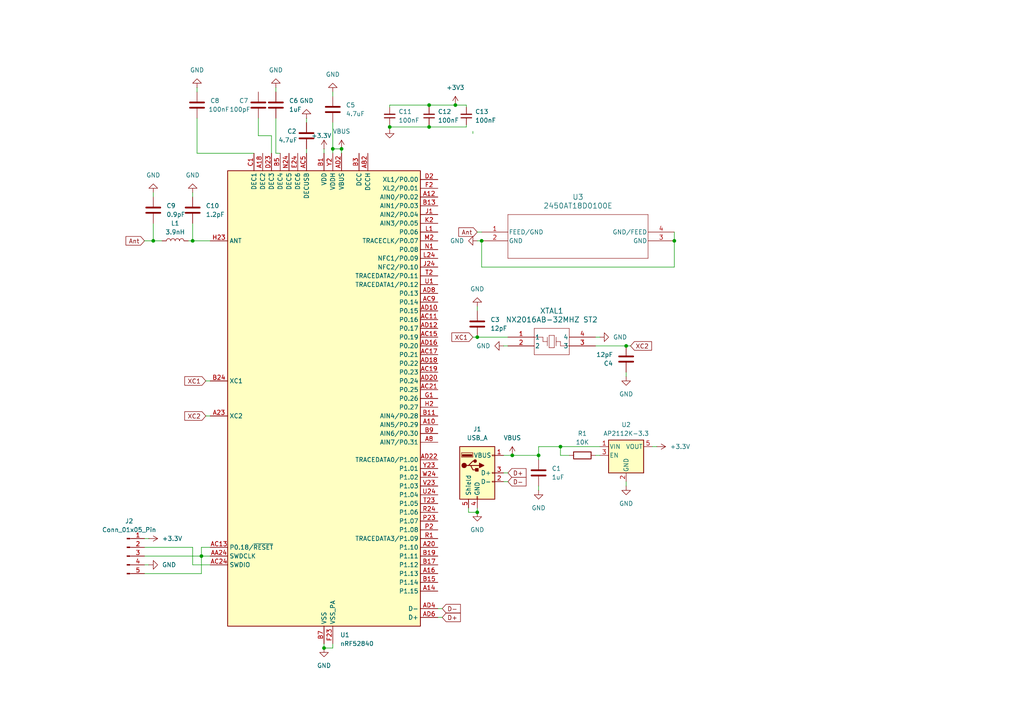
<source format=kicad_sch>
(kicad_sch (version 20250114) (generator "eeschema") (generator_version "9.0")
  (paper "A4")
  (lib_symbols
    (symbol "+3V3_2" (power) (pin_numbers (hide yes)) (pin_names (offset 0) (hide yes))
      (property "Value" "+3V3" (at 0 3.556 0))
      (symbol "+3V3_2_0_1"
        (polyline (pts (xy -0.762 1.27) (xy 0 2.54)))
        (polyline (pts (xy 0 2.54) (xy 0.762 1.27)))
        (polyline (pts (xy 0 0) (xy 0 2.54)))
      )
      (symbol "+3V3_2_1_1"
        (pin power_in line (at 0 0 90) (length 0) (name "~") (number "1"))
      )
    )
    (symbol "Antenna:2450AT18D0100E" (pin_names (offset 0.254))
      (property "Reference" "U" (at 27.94 10.16 0))
      (property "Value" "2450AT18D0100E" (at 27.94 7.62 0))
      (symbol "2450AT18D0100E_0_1"
        (polyline (pts (xy 7.62 5.08) (xy 7.62 -7.62)) (stroke (width 0.127)))
        (polyline (pts (xy 7.62 -7.62) (xy 48.26 -7.62)) (stroke (width 0.127)))
        (polyline (pts (xy 48.26 5.08) (xy 7.62 5.08)) (stroke (width 0.127)))
        (polyline (pts (xy 48.26 -7.62) (xy 48.26 5.08)) (stroke (width 0.127)))
        (pin unspecified line (at 0 0 0) (length 7.62) (name "FEED/GND") (number "1"))
        (pin power_out line (at 0 -2.54 0) (length 7.62) (name "GND") (number "2"))
        (pin unspecified line (at 55.88 0 180) (length 7.62) (name "GND/FEED") (number "4"))
        (pin power_out line (at 55.88 -2.54 180) (length 7.62) (name "GND") (number "3"))
      )
    )
    (symbol "Connector:Conn_01x05_Pin" (pin_names (offset 1.016) (hide yes))
      (property "Reference" "J" (at 0 7.62 0))
      (property "Value" "Conn_01x05_Pin" (at 0 -7.62 0))
      (symbol "Conn_01x05_Pin_1_1"
        (rectangle (start 0.8636 5.207) (end 0 4.953) (stroke (width 0.1524)) (fill (type outline)))
        (rectangle (start 0.8636 2.667) (end 0 2.413) (stroke (width 0.1524)) (fill (type outline)))
        (rectangle (start 0.8636 0.127) (end 0 -0.127) (stroke (width 0.1524)) (fill (type outline)))
        (rectangle (start 0.8636 -2.413) (end 0 -2.667) (stroke (width 0.1524)) (fill (type outline)))
        (rectangle (start 0.8636 -4.953) (end 0 -5.207) (stroke (width 0.1524)) (fill (type outline)))
        (polyline (pts (xy 1.27 5.08) (xy 0.8636 5.08)) (stroke (width 0.1524)))
        (polyline (pts (xy 1.27 2.54) (xy 0.8636 2.54)) (stroke (width 0.1524)))
        (polyline (pts (xy 1.27 0) (xy 0.8636 0)) (stroke (width 0.1524)))
        (polyline (pts (xy 1.27 -2.54) (xy 0.8636 -2.54)) (stroke (width 0.1524)))
        (polyline (pts (xy 1.27 -5.08) (xy 0.8636 -5.08)) (stroke (width 0.1524)))
        (pin passive line (at 5.08 5.08 180) (length 3.81) (name "Pin_1") (number "1"))
        (pin passive line (at 5.08 2.54 180) (length 3.81) (name "Pin_2") (number "2"))
        (pin passive line (at 5.08 0 180) (length 3.81) (name "Pin_3") (number "3"))
        (pin passive line (at 5.08 -2.54 180) (length 3.81) (name "Pin_4") (number "4"))
        (pin passive line (at 5.08 -5.08 180) (length 3.81) (name "Pin_5") (number "5"))
      )
    )
    (symbol "Connector:USB_A" (pin_names (offset 1.016))
      (property "Reference" "J" (at -5.08 11.43 0))
      (property "Value" "USB_A" (at -5.08 8.89 0))
      (symbol "USB_A_0_1"
        (rectangle (start -5.08 -7.62) (end 5.08 7.62) (stroke (width 0.254)) (fill (type background)))
        (circle (center -3.81 2.159) (radius 0.635) (stroke (width 0.254)) (fill (type outline)))
        (polyline (pts (xy -3.175 2.159) (xy -2.54 2.159) (xy -1.27 3.429) (xy -0.635 3.429)) (stroke (width 0.254)))
        (polyline (pts (xy -2.54 2.159) (xy -1.905 2.159) (xy -1.27 0.889) (xy 0 0.889)) (stroke (width 0.254)))
        (rectangle (start -1.524 4.826) (end -4.318 5.334) (fill (type outline)))
        (rectangle (start -1.27 4.572) (end -4.572 5.842))
        (circle (center -0.635 3.429) (radius 0.381) (stroke (width 0.254)) (fill (type outline)))
        (rectangle (start -0.127 -7.62) (end 0.127 -6.858))
        (rectangle (start 0.254 1.27) (end -0.508 0.508) (stroke (width 0.254)) (fill (type outline)))
        (polyline (pts (xy 0.635 2.794) (xy 0.635 1.524) (xy 1.905 2.159) (xy 0.635 2.794)) (stroke (width 0.254)) (fill (type outline)))
        (rectangle (start 5.08 4.953) (end 4.318 5.207))
        (rectangle (start 5.08 -0.127) (end 4.318 0.127))
        (rectangle (start 5.08 -2.667) (end 4.318 -2.413))
      )
      (symbol "USB_A_1_1"
        (polyline (pts (xy -1.905 2.159) (xy 0.635 2.159)) (stroke (width 0.254)))
        (pin passive line (at -2.54 -10.16 90) (length 2.54) (name "Shield") (number "5"))
        (pin power_in line (at 0 -10.16 90) (length 2.54) (name "GND") (number "4"))
        (pin power_in line (at 7.62 5.08 180) (length 2.54) (name "VBUS") (number "1"))
        (pin bidirectional line (at 7.62 0 180) (length 2.54) (name "D+") (number "3"))
        (pin bidirectional line (at 7.62 -2.54 180) (length 2.54) (name "D-") (number "2"))
      )
    )
    (symbol "Crystal:NX2016AB-32MHZ_ST2" (pin_names (offset 0.254))
      (property "Reference" "XTAL" (at 12.7 7.62 0))
      (property "Value" "NX2016AB-32MHZ ST2" (at 12.7 5.08 0))
      (symbol "NX2016AB-32MHZ_ST2_0_1"
        (polyline (pts (xy 7.62 2.54) (xy 7.62 -5.08)) (stroke (width 0.127)))
        (polyline (pts (xy 7.62 -5.08) (xy 17.78 -5.08)) (stroke (width 0.127)))
        (polyline (pts (xy 10.16 0) (xy 7.62 0)) (stroke (width 0.127)))
        (polyline (pts (xy 10.16 -1.27) (xy 10.16 0)) (stroke (width 0.127)))
        (polyline (pts (xy 11.43 0) (xy 11.43 -2.54)) (stroke (width 0.127)))
        (polyline (pts (xy 11.43 -1.27) (xy 10.16 -1.27)) (stroke (width 0.127)))
        (polyline (pts (xy 11.938 0.508) (xy 11.938 -3.048)) (stroke (width 0.127)))
        (polyline (pts (xy 11.938 -3.048) (xy 13.462 -3.048)) (stroke (width 0.127)))
        (polyline (pts (xy 13.462 0.508) (xy 11.938 0.508)) (stroke (width 0.127)))
        (polyline (pts (xy 13.462 -3.048) (xy 13.462 0.508)) (stroke (width 0.127)))
        (polyline (pts (xy 13.97 0) (xy 13.97 -2.54)) (stroke (width 0.127)))
        (polyline (pts (xy 13.97 -1.27) (xy 15.24 -1.27)) (stroke (width 0.127)))
        (polyline (pts (xy 15.24 -1.27) (xy 15.24 -2.54)) (stroke (width 0.127)))
        (polyline (pts (xy 15.24 -2.54) (xy 17.78 -2.54)) (stroke (width 0.127)))
        (polyline (pts (xy 17.78 2.54) (xy 7.62 2.54)) (stroke (width 0.127)))
        (polyline (pts (xy 17.78 -5.08) (xy 17.78 2.54)) (stroke (width 0.127)))
        (pin unspecified line (at 0 0 0) (length 7.62) (name "1") (number "1"))
        (pin unspecified line (at 0 -2.54 0) (length 7.62) (name "2") (number "2"))
        (pin unspecified line (at 25.4 0 180) (length 7.62) (name "4") (number "4"))
        (pin unspecified line (at 25.4 -2.54 180) (length 7.62) (name "3") (number "3"))
      )
    )
    (symbol "Device:C" (pin_numbers (hide yes)) (pin_names (offset 0.254))
      (property "Reference" "C" (at 0.635 2.54 0))
      (property "Value" "C" (at 0.635 -2.54 0))
      (symbol "C_0_1"
        (polyline (pts (xy -2.032 0.762) (xy 2.032 0.762)) (stroke (width 0.508)))
        (polyline (pts (xy -2.032 -0.762) (xy 2.032 -0.762)) (stroke (width 0.508)))
      )
      (symbol "C_1_1"
        (pin passive line (at 0 3.81 270) (length 2.794) (name "~") (number "1"))
        (pin passive line (at 0 -3.81 90) (length 2.794) (name "~") (number "2"))
      )
    )
    (symbol "Device:C_Small" (pin_numbers (hide yes)) (pin_names (offset 0.254) (hide yes))
      (property "Reference" "C" (at 0.254 1.778 0))
      (property "Value" "C_Small" (at 0.254 -2.032 0))
      (symbol "C_Small_0_1"
        (polyline (pts (xy -1.524 0.508) (xy 1.524 0.508)) (stroke (width 0.3048)))
        (polyline (pts (xy -1.524 -0.508) (xy 1.524 -0.508)) (stroke (width 0.3302)))
      )
      (symbol "C_Small_1_1"
        (pin passive line (at 0 2.54 270) (length 2.032) (name "~") (number "1"))
        (pin passive line (at 0 -2.54 90) (length 2.032) (name "~") (number "2"))
      )
    )
    (symbol "Device:L" (pin_numbers (hide yes)) (pin_names (offset 1.016) (hide yes))
      (property "Reference" "L" (at -1.27 0 90))
      (property "Value" "L" (at 1.905 0 90))
      (symbol "L_0_1"
        (arc (start 0 2.54) (mid 0.6323 1.905) (end 0 1.27))
        (arc (start 0 1.27) (mid 0.6323 0.635) (end 0 0))
        (arc (start 0 0) (mid 0.6323 -0.635) (end 0 -1.27))
        (arc (start 0 -1.27) (mid 0.6323 -1.905) (end 0 -2.54))
      )
      (symbol "L_1_1"
        (pin passive line (at 0 3.81 270) (length 1.27) (name "1") (number "1"))
        (pin passive line (at 0 -3.81 90) (length 1.27) (name "2") (number "2"))
      )
    )
    (symbol "Device:R" (pin_numbers (hide yes)) (pin_names (offset 0))
      (property "Reference" "R" (at 2.032 0 90))
      (property "Value" "R" (at 0 0 90))
      (symbol "R_0_1"
        (rectangle (start -1.016 -2.54) (end 1.016 2.54) (stroke (width 0.254)))
      )
      (symbol "R_1_1"
        (pin passive line (at 0 3.81 270) (length 1.27) (name "~") (number "1"))
        (pin passive line (at 0 -3.81 90) (length 1.27) (name "~") (number "2"))
      )
    )
    (symbol "MCU_Nordic:nRF52840"
      (property "Reference" "U" (at 0 5.08 0))
      (property "Value" "nRF52840" (at 0 2.54 0))
      (symbol "nRF52840_0_1"
        (rectangle (start -27.94 66.04) (end 27.94 -66.04) (stroke (width 0.254)) (fill (type background)))
      )
      (symbol "nRF52840_1_1"
        (pin passive line (at -33.02 45.72 0) (length 5.08) (name "ANT") (number "H23"))
        (pin input line (at -33.02 5.08 0) (length 5.08) (name "XC1") (number "B24"))
        (pin input line (at -33.02 -5.08 0) (length 5.08) (name "XC2") (number "A23"))
        (pin bidirectional line (at -33.02 -43.18 0) (length 5.08) (name "P0.18/~{RESET}") (number "AC13"))
        (pin input line (at -33.02 -45.72 0) (length 5.08) (name "SWDCLK") (number "AA24"))
        (pin bidirectional line (at -33.02 -48.26 0) (length 5.08) (name "SWDIO") (number "AC24"))
        (pin passive line (at -20.32 71.12 270) (length 5.08) (name "DEC1") (number "C1"))
        (pin passive line (at -17.78 71.12 270) (length 5.08) (name "DEC2") (number "A18"))
        (pin passive line (at -15.24 71.12 270) (length 5.08) (name "DEC3") (number "D23"))
        (pin passive line (at -12.7 71.12 270) (length 5.08) (name "DEC4") (number "B5"))
        (pin passive line (at -10.16 71.12 270) (length 5.08) (name "DEC5") (number "N24"))
        (pin passive line (at -7.62 71.12 270) (length 5.08) (name "DEC6") (number "E24"))
        (pin passive line (at -5.08 71.12 270) (length 5.08) (name "DECUSB") (number "AC5"))
        (pin passive line (at 0 71.12 270) (length 5.08) (hide yes) (name "VDD") (number "A22"))
        (pin passive line (at 0 71.12 270) (length 5.08) (hide yes) (name "VDD") (number "AD14"))
        (pin passive line (at 0 71.12 270) (length 5.08) (hide yes) (name "VDD") (number "AD23"))
        (pin power_in line (at 0 71.12 270) (length 5.08) (name "VDD") (number "B1"))
        (pin passive line (at 0 71.12 270) (length 5.08) (hide yes) (name "VDD") (number "W1"))
        (pin power_in line (at 0 -71.12 90) (length 5.08) (name "VSS") (number "B7"))
        (pin passive line (at 0 -71.12 90) (length 5.08) (hide yes) (name "VSS") (number "EP"))
        (pin power_in line (at 2.54 71.12 270) (length 5.08) (name "VDDH") (number "Y2"))
        (pin power_in line (at 2.54 -71.12 90) (length 5.08) (name "VSS_PA") (number "F23"))
        (pin power_in line (at 5.08 71.12 270) (length 5.08) (name "VBUS") (number "AD2"))
        (pin power_out line (at 10.16 71.12 270) (length 5.08) (name "DCC") (number "B3"))
        (pin power_out line (at 12.7 71.12 270) (length 5.08) (name "DCCH") (number "AB2"))
        (pin bidirectional line (at 33.02 63.5 180) (length 5.08) (name "XL1/P0.00") (number "D2"))
        (pin bidirectional line (at 33.02 60.96 180) (length 5.08) (name "XL2/P0.01") (number "F2"))
        (pin bidirectional line (at 33.02 58.42 180) (length 5.08) (name "AIN0/P0.02") (number "A12"))
        (pin bidirectional line (at 33.02 55.88 180) (length 5.08) (name "AIN1/P0.03") (number "B13"))
        (pin bidirectional line (at 33.02 53.34 180) (length 5.08) (name "AIN2/P0.04") (number "J1"))
        (pin bidirectional line (at 33.02 50.8 180) (length 5.08) (name "AIN3/P0.05") (number "K2"))
        (pin bidirectional line (at 33.02 48.26 180) (length 5.08) (name "P0.06") (number "L1"))
        (pin bidirectional line (at 33.02 45.72 180) (length 5.08) (name "TRACECLK/P0.07") (number "M2"))
        (pin bidirectional line (at 33.02 43.18 180) (length 5.08) (name "P0.08") (number "N1"))
        (pin bidirectional line (at 33.02 40.64 180) (length 5.08) (name "NFC1/P0.09") (number "L24"))
        (pin bidirectional line (at 33.02 38.1 180) (length 5.08) (name "NFC2/P0.10") (number "J24"))
        (pin bidirectional line (at 33.02 35.56 180) (length 5.08) (name "TRACEDATA2/P0.11") (number "T2"))
        (pin bidirectional line (at 33.02 33.02 180) (length 5.08) (name "TRACEDATA1/P0.12") (number "U1"))
        (pin bidirectional line (at 33.02 30.48 180) (length 5.08) (name "P0.13") (number "AD8"))
        (pin bidirectional line (at 33.02 27.94 180) (length 5.08) (name "P0.14") (number "AC9"))
        (pin bidirectional line (at 33.02 25.4 180) (length 5.08) (name "P0.15") (number "AD10"))
        (pin bidirectional line (at 33.02 22.86 180) (length 5.08) (name "P0.16") (number "AC11"))
        (pin bidirectional line (at 33.02 20.32 180) (length 5.08) (name "P0.17") (number "AD12"))
        (pin bidirectional line (at 33.02 17.78 180) (length 5.08) (name "P0.19") (number "AC15"))
        (pin bidirectional line (at 33.02 15.24 180) (length 5.08) (name "P0.20") (number "AD16"))
        (pin bidirectional line (at 33.02 12.7 180) (length 5.08) (name "P0.21") (number "AC17"))
        (pin bidirectional line (at 33.02 10.16 180) (length 5.08) (name "P0.22") (number "AD18"))
        (pin bidirectional line (at 33.02 7.62 180) (length 5.08) (name "P0.23") (number "AC19"))
        (pin bidirectional line (at 33.02 5.08 180) (length 5.08) (name "P0.24") (number "AD20"))
        (pin bidirectional line (at 33.02 2.54 180) (length 5.08) (name "P0.25") (number "AC21"))
        (pin bidirectional line (at 33.02 0 180) (length 5.08) (name "P0.26") (number "G1"))
        (pin bidirectional line (at 33.02 -2.54 180) (length 5.08) (name "P0.27") (number "H2"))
        (pin bidirectional line (at 33.02 -5.08 180) (length 5.08) (name "AIN4/P0.28") (number "B11"))
        (pin bidirectional line (at 33.02 -7.62 180) (length 5.08) (name "AIN5/P0.29") (number "A10"))
        (pin bidirectional line (at 33.02 -10.16 180) (length 5.08) (name "AIN6/P0.30") (number "B9"))
        (pin bidirectional line (at 33.02 -12.7 180) (length 5.08) (name "AIN7/P0.31") (number "A8"))
        (pin bidirectional line (at 33.02 -17.78 180) (length 5.08) (name "TRACEDATA0/P1.00") (number "AD22"))
        (pin bidirectional line (at 33.02 -20.32 180) (length 5.08) (name "P1.01") (number "Y23"))
        (pin bidirectional line (at 33.02 -22.86 180) (length 5.08) (name "P1.02") (number "W24"))
        (pin bidirectional line (at 33.02 -25.4 180) (length 5.08) (name "P1.03") (number "V23"))
        (pin bidirectional line (at 33.02 -27.94 180) (length 5.08) (name "P1.04") (number "U24"))
        (pin bidirectional line (at 33.02 -30.48 180) (length 5.08) (name "P1.05") (number "T23"))
        (pin bidirectional line (at 33.02 -33.02 180) (length 5.08) (name "P1.06") (number "R24"))
        (pin bidirectional line (at 33.02 -35.56 180) (length 5.08) (name "P1.07") (number "P23"))
        (pin bidirectional line (at 33.02 -38.1 180) (length 5.08) (name "P1.08") (number "P2"))
        (pin bidirectional line (at 33.02 -40.64 180) (length 5.08) (name "TRACEDATA3/P1.09") (number "R1"))
        (pin bidirectional line (at 33.02 -43.18 180) (length 5.08) (name "P1.10") (number "A20"))
        (pin bidirectional line (at 33.02 -45.72 180) (length 5.08) (name "P1.11") (number "B19"))
        (pin bidirectional line (at 33.02 -48.26 180) (length 5.08) (name "P1.12") (number "B17"))
        (pin bidirectional line (at 33.02 -50.8 180) (length 5.08) (name "P1.13") (number "A16"))
        (pin bidirectional line (at 33.02 -53.34 180) (length 5.08) (name "P1.14") (number "B15"))
        (pin bidirectional line (at 33.02 -55.88 180) (length 5.08) (name "P1.15") (number "A14"))
        (pin bidirectional line (at 33.02 -60.96 180) (length 5.08) (name "D-") (number "AD4"))
        (pin bidirectional line (at 33.02 -63.5 180) (length 5.08) (name "D+") (number "AD6"))
      )
    )
    (symbol "Regulator_Linear:AP2112K-3.3" (pin_names (offset 0.254))
      (property "Reference" "U" (at -5.08 5.715 0))
      (property "Value" "AP2112K-3.3" (at 0 5.715 0))
      (symbol "AP2112K-3.3_0_1"
        (rectangle (start -5.08 4.445) (end 5.08 -5.08) (stroke (width 0.254)) (fill (type background)))
      )
      (symbol "AP2112K-3.3_1_1"
        (pin power_in line (at -7.62 2.54 0) (length 2.54) (name "VIN") (number "1"))
        (pin input line (at -7.62 0 0) (length 2.54) (name "EN") (number "3"))
        (pin power_in line (at 0 -7.62 90) (length 2.54) (name "GND") (number "2"))
        (pin no_connect line (at 5.08 0 180) (length 2.54) (hide yes) (name "NC") (number "4"))
        (pin power_out line (at 7.62 2.54 180) (length 2.54) (name "VOUT") (number "5"))
      )
    )
    (symbol "power:+3.3V" (power) (pin_numbers (hide yes)) (pin_names (offset 0) (hide yes))
      (property "Value" "+3.3V" (at 0 3.556 0))
      (symbol "+3.3V_0_1"
        (polyline (pts (xy -0.762 1.27) (xy 0 2.54)))
        (polyline (pts (xy 0 2.54) (xy 0.762 1.27)))
        (polyline (pts (xy 0 0) (xy 0 2.54)))
      )
      (symbol "+3.3V_1_1"
        (pin power_in line (at 0 0 90) (length 0) (name "~") (number "1"))
      )
    )
    (symbol "power:GND" (power) (pin_numbers (hide yes)) (pin_names (offset 0) (hide yes))
      (property "Value" "GND" (at 0 -3.81 0))
      (symbol "GND_0_1"
        (polyline (pts (xy 0 0) (xy 0 -1.27) (xy 1.27 -1.27) (xy 0 -2.54) (xy -1.27 -1.27) (xy 0 -1.27)))
      )
      (symbol "GND_1_1"
        (pin power_in line (at 0 0 270) (length 0) (name "~") (number "1"))
      )
    )
    (symbol "power:VBUS" (power) (pin_numbers (hide yes)) (pin_names (offset 0) (hide yes))
      (property "Value" "VBUS" (at 0 3.556 0))
      (symbol "VBUS_0_1"
        (polyline (pts (xy -0.762 1.27) (xy 0 2.54)))
        (polyline (pts (xy 0 2.54) (xy 0.762 1.27)))
        (polyline (pts (xy 0 0) (xy 0 2.54)))
      )
      (symbol "VBUS_1_1"
        (pin power_in line (at 0 0 90) (length 0) (name "~") (number "1"))
      )
    )
  )
  (junction (at 124.46 30.48))
  (junction (at 44.45 69.85))
  (junction (at 124.46 36.83))
  (junction (at 93.98 187.96))
  (junction (at 138.43 148.59))
  (junction (at 96.52 43.18))
  (junction (at 139.7 69.85))
  (junction (at 181.61 100.33))
  (junction (at 99.06 43.18))
  (junction (at 156.21 132.08))
  (junction (at 113.03 36.83))
  (junction (at 162.56 129.54))
  (junction (at 195.58 69.85))
  (junction (at 148.59 132.08))
  (junction (at 55.88 69.85))
  (junction (at 132.08 30.48))
  (junction (at 138.43 97.79))
  (junction (at 58.42 161.29))
  (wire (pts (xy 165.1 132.08) (xy 162.56 132.08)))
  (wire (pts (xy 181.61 100.33) (xy 182.88 100.33)))
  (wire (pts (xy 44.45 64.77) (xy 44.45 69.85)))
  (wire (pts (xy 138.43 147.32) (xy 138.43 148.59)))
  (wire (pts (xy 146.05 139.7) (xy 147.32 139.7)))
  (wire (pts (xy 172.72 132.08) (xy 173.99 132.08)))
  (wire (pts (xy 137.16 97.79) (xy 138.43 97.79)))
  (wire (pts (xy 41.91 69.85) (xy 44.45 69.85)))
  (wire (pts (xy 135.255 30.48) (xy 135.255 31.115)))
  (wire (pts (xy 78.74 44.45) (xy 78.74 39.37)))
  (wire (pts (xy 55.88 158.75) (xy 55.88 163.83)))
  (wire (pts (xy 57.15 34.29) (xy 57.15 44.45)))
  (wire (pts (xy 138.43 97.79) (xy 147.32 97.79)))
  (wire (pts (xy 124.46 30.48) (xy 132.08 30.48)))
  (wire (pts (xy 96.52 43.18) (xy 99.06 43.18)))
  (wire (pts (xy 41.91 156.21) (xy 43.18 156.21)))
  (wire (pts (xy 113.03 36.195) (xy 113.03 36.83)))
  (wire (pts (xy 132.08 30.48) (xy 135.255 30.48)))
  (wire (pts (xy 80.01 34.29) (xy 80.01 44.45)))
  (wire (pts (xy 137.16 38.735) (xy 137.16 38.1)))
  (wire (pts (xy 139.7 77.47) (xy 195.58 77.47)))
  (wire (pts (xy 195.58 77.47) (xy 195.58 69.85)))
  (wire (pts (xy 88.9 34.29) (xy 88.9 35.56)))
  (wire (pts (xy 80.01 25.4) (xy 80.01 26.67)))
  (wire (pts (xy 81.28 44.45) (xy 80.01 44.45)))
  (wire (pts (xy 54.61 69.85) (xy 55.88 69.85)))
  (wire (pts (xy 138.43 67.31) (xy 139.7 67.31)))
  (wire (pts (xy 127 179.07) (xy 128.27 179.07)))
  (wire (pts (xy 156.21 129.54) (xy 162.56 129.54)))
  (wire (pts (xy 55.88 163.83) (xy 60.96 163.83)))
  (wire (pts (xy 41.91 163.83) (xy 43.18 163.83)))
  (wire (pts (xy 124.46 30.48) (xy 124.46 31.115)))
  (wire (pts (xy 113.03 36.83) (xy 124.46 36.83)))
  (wire (pts (xy 96.52 187.96) (xy 96.52 186.69)))
  (wire (pts (xy 55.88 64.77) (xy 55.88 69.85)))
  (wire (pts (xy 127 176.53) (xy 128.27 176.53)))
  (wire (pts (xy 44.45 55.88) (xy 44.45 57.15)))
  (wire (pts (xy 113.03 36.83) (xy 113.03 37.465)))
  (wire (pts (xy 78.74 39.37) (xy 74.93 39.37)))
  (wire (pts (xy 148.59 132.08) (xy 156.21 132.08)))
  (wire (pts (xy 195.58 69.85) (xy 195.58 67.31)))
  (wire (pts (xy 57.15 25.4) (xy 57.15 26.67)))
  (wire (pts (xy 59.69 120.65) (xy 60.96 120.65)))
  (wire (pts (xy 135.255 36.83) (xy 135.255 36.195)))
  (wire (pts (xy 93.98 43.18) (xy 93.98 44.45)))
  (wire (pts (xy 60.96 158.75) (xy 58.42 158.75)))
  (wire (pts (xy 74.93 34.29) (xy 74.93 39.37)))
  (wire (pts (xy 41.91 161.29) (xy 58.42 161.29)))
  (wire (pts (xy 138.43 69.85) (xy 139.7 69.85)))
  (wire (pts (xy 135.89 148.59) (xy 135.89 147.32)))
  (wire (pts (xy 59.69 110.49) (xy 60.96 110.49)))
  (wire (pts (xy 113.03 30.48) (xy 124.46 30.48)))
  (wire (pts (xy 156.21 132.08) (xy 156.21 133.35)))
  (wire (pts (xy 96.52 35.56) (xy 96.52 43.18)))
  (wire (pts (xy 146.05 100.33) (xy 147.32 100.33)))
  (wire (pts (xy 124.46 36.195) (xy 124.46 36.83)))
  (wire (pts (xy 156.21 132.08) (xy 156.21 129.54)))
  (wire (pts (xy 58.42 161.29) (xy 58.42 166.37)))
  (wire (pts (xy 138.43 88.9) (xy 138.43 90.17)))
  (wire (pts (xy 88.9 43.18) (xy 88.9 44.45)))
  (wire (pts (xy 99.06 43.18) (xy 99.06 44.45)))
  (wire (pts (xy 181.61 109.22) (xy 181.61 107.95)))
  (wire (pts (xy 58.42 158.75) (xy 58.42 161.29)))
  (wire (pts (xy 189.23 129.54) (xy 190.5 129.54)))
  (wire (pts (xy 139.7 69.85) (xy 139.7 77.47)))
  (wire (pts (xy 96.52 26.67) (xy 96.52 27.94)))
  (wire (pts (xy 181.61 139.7) (xy 181.61 140.97)))
  (wire (pts (xy 138.43 148.59) (xy 135.89 148.59)))
  (wire (pts (xy 58.42 166.37) (xy 41.91 166.37)))
  (wire (pts (xy 124.46 36.83) (xy 135.255 36.83)))
  (wire (pts (xy 146.05 137.16) (xy 147.32 137.16)))
  (wire (pts (xy 55.88 55.88) (xy 55.88 57.15)))
  (wire (pts (xy 96.52 43.18) (xy 96.52 44.45)))
  (wire (pts (xy 146.05 132.08) (xy 148.59 132.08)))
  (wire (pts (xy 113.03 31.115) (xy 113.03 30.48)))
  (wire (pts (xy 173.99 97.79) (xy 172.72 97.79)))
  (wire (pts (xy 73.66 44.45) (xy 57.15 44.45)))
  (wire (pts (xy 55.88 69.85) (xy 60.96 69.85)))
  (wire (pts (xy 162.56 132.08) (xy 162.56 129.54)))
  (wire (pts (xy 93.98 187.96) (xy 96.52 187.96)))
  (wire (pts (xy 181.61 100.33) (xy 172.72 100.33)))
  (wire (pts (xy 93.98 186.69) (xy 93.98 187.96)))
  (wire (pts (xy 41.91 158.75) (xy 55.88 158.75)))
  (wire (pts (xy 60.96 161.29) (xy 58.42 161.29)))
  (wire (pts (xy 44.45 69.85) (xy 46.99 69.85)))
  (wire (pts (xy 162.56 129.54) (xy 173.99 129.54)))
  (wire (pts (xy 156.21 140.97) (xy 156.21 142.24)))
  (global_label "Ant" (shape input) (at 41.91 69.85 180) (property "Intersheetrefs" "${INTERSHEET_REFS}" (effects (hide yes))))
  (global_label "XC1" (shape input) (at 137.16 97.79 180) (property "Intersheetrefs" "${INTERSHEET_REFS}" (effects (hide yes))))
  (global_label "XC2" (shape input) (at 59.69 120.65 180) (property "Intersheetrefs" "${INTERSHEET_REFS}" (effects (hide yes))))
  (global_label "Ant" (shape input) (at 138.43 67.31 180) (property "Intersheetrefs" "${INTERSHEET_REFS}" (effects (hide yes))))
  (global_label "XC1" (shape input) (at 59.69 110.49 180) (property "Intersheetrefs" "${INTERSHEET_REFS}" (effects (hide yes))))
  (global_label "XC2" (shape input) (at 182.88 100.33 0) (property "Intersheetrefs" "${INTERSHEET_REFS}" (effects (hide yes))))
  (global_label "D+" (shape input) (at 147.32 137.16 0) (property "Intersheetrefs" "${INTERSHEET_REFS}" (effects (hide yes))))
  (global_label "D-" (shape input) (at 147.32 139.7 0) (property "Intersheetrefs" "${INTERSHEET_REFS}" (effects (hide yes))))
  (global_label "D+" (shape input) (at 128.27 179.07 0) (property "Intersheetrefs" "${INTERSHEET_REFS}" (effects (hide yes))))
  (global_label "D-" (shape input) (at 128.27 176.53 0) (property "Intersheetrefs" "${INTERSHEET_REFS}" (effects (hide yes))))
  (symbol (lib_id "Device:C") (at 138.43 93.98 0) (unit 1)
    (property "Reference" "C3" (at 142.24 92.7099 0) (effects (justify left)))
    (property "Value" "12pF" (at 142.24 95.2499 0) (effects (justify left)))
    (property "Description" "Unpolarized capacitor" (effects (hide yes)))
  )
  (symbol (lib_id "Device:C") (at 44.45 60.96 0) (unit 1)
    (property "Reference" "C9" (at 48.26 59.6899 0) (effects (justify left)))
    (property "Value" "0.9pF" (at 48.26 62.2299 0) (effects (justify left)))
    (property "Description" "Unpolarized capacitor" (effects (hide yes)))
  )
  (symbol (lib_name "+3V3_2") (lib_id "power:+3V3") (at 132.08 30.48 0) (unit 1)
    (property "Reference" "#PWR010" (effects (hide yes)))
    (property "Value" "+3V3" (at 132.08 25.4 0))
    (property "Description" "Power symbol creates a global label with name \"+3V3\"" (effects (hide yes)))
  )
  (symbol (lib_id "Device:L") (at 50.8 69.85 90) (unit 1)
    (property "Reference" "L1" (at 50.8 64.77 90))
    (property "Value" "3.9nH" (at 50.8 67.31 90))
    (property "Description" "Inductor" (effects (hide yes)))
  )
  (symbol (lib_id "Device:C_Small") (at 124.46 33.655 180) (unit 1)
    (property "Reference" "C12" (at 127 32.3785 0) (effects (justify right)))
    (property "Value" "100nF" (at 127 34.9185 0) (effects (justify right)))
    (property "Footprint" "footprints:Capacitor_0402_1005M-nosilk" (effects (hide yes)))
    (property "LCSC Part" "C307331" (effects (hide yes)))
    (property "Manufacturer Part" "CL05B104KA5NNNC" (effects (hide yes)))
  )
  (symbol (lib_id "power:GND") (at 181.61 109.22 0) (unit 1)
    (property "Reference" "#PWR0125" (effects (hide yes)))
    (property "Value" "GND" (at 181.61 114.3 0))
    (property "Description" "Power symbol creates a global label with name \"GND\" , ground" (effects (hide yes)))
  )
  (symbol (lib_id "power:GND") (at 113.03 37.465 0) (unit 1)
    (property "Reference" "#PWR01" (effects (hide yes)))
    (property "Value" "GND" (effects (hide yes)))
  )
  (symbol (lib_id "Device:C") (at 96.52 31.75 0) (unit 1)
    (property "Reference" "C5" (at 100.33 30.4799 0) (effects (justify left)))
    (property "Value" "4.7uF" (at 100.33 33.0199 0) (effects (justify left)))
    (property "Description" "Unpolarized capacitor" (effects (hide yes)))
  )
  (symbol (lib_id "Connector:USB_A") (at 138.43 137.16 0) (unit 1)
    (property "Reference" "J1" (at 138.43 124.46 0))
    (property "Value" "USB_A" (at 138.43 127 0))
    (property "Description" "USB Type A connector" (effects (hide yes)))
  )
  (symbol (lib_id "Device:C") (at 74.93 30.48 0) (unit 1)
    (property "Reference" "C7" (at 69.342 29.21 0) (effects (justify left)))
    (property "Value" "100pF" (at 66.548 31.75 0) (effects (justify left)))
    (property "Description" "Unpolarized capacitor" (effects (hide yes)))
  )
  (symbol (lib_id "power:+3.3V") (at 190.5 129.54 270) (unit 1)
    (property "Reference" "#PWR0127" (effects (hide yes)))
    (property "Value" "+3.3V" (at 194.31 129.5399 90) (effects (justify left)))
    (property "Description" "Power symbol creates a global label with name \"+3.3V\"" (effects (hide yes)))
  )
  (symbol (lib_id "Device:C") (at 55.88 60.96 0) (unit 1)
    (property "Reference" "C10" (at 59.69 59.6899 0) (effects (justify left)))
    (property "Value" "1.2pF" (at 59.69 62.2299 0) (effects (justify left)))
    (property "Description" "Unpolarized capacitor" (effects (hide yes)))
  )
  (symbol (lib_id "Device:R") (at 168.91 132.08 90) (unit 1)
    (property "Reference" "R1" (at 168.91 125.73 90))
    (property "Value" "10K" (at 168.91 128.27 90))
    (property "Description" "Resistor" (effects (hide yes)))
  )
  (symbol (lib_id "power:GND") (at 55.88 55.88 180) (unit 1)
    (property "Reference" "#PWR0109" (effects (hide yes)))
    (property "Value" "GND" (at 55.88 50.8 0))
    (property "Description" "Power symbol creates a global label with name \"GND\" , ground" (effects (hide yes)))
  )
  (symbol (lib_id "power:GND") (at 43.18 163.83 90) (unit 1)
    (property "Reference" "#PWR0113" (effects (hide yes)))
    (property "Value" "GND" (at 46.99 163.8299 90) (effects (justify right)))
    (property "Description" "Power symbol creates a global label with name \"GND\" , ground" (effects (hide yes)))
  )
  (symbol (lib_id "Device:C") (at 57.15 30.48 0) (unit 1)
    (property "Reference" "C8" (at 60.96 29.2099 0) (effects (justify left)))
    (property "Value" "100nF" (at 60.452 31.75 0) (effects (justify left)))
    (property "Description" "Unpolarized capacitor" (effects (hide yes)))
  )
  (symbol (lib_id "power:GND") (at 156.21 142.24 0) (unit 1)
    (property "Reference" "#PWR0104" (effects (hide yes)))
    (property "Value" "GND" (at 156.21 147.32 0))
    (property "Description" "Power symbol creates a global label with name \"GND\" , ground" (effects (hide yes)))
  )
  (symbol (lib_id "Device:C") (at 181.61 104.14 180) (unit 1)
    (property "Reference" "C4" (at 177.8 105.4101 0) (effects (justify left)))
    (property "Value" "12pF" (at 177.8 102.8701 0) (effects (justify left)))
    (property "Description" "Unpolarized capacitor" (effects (hide yes)))
  )
  (symbol (lib_id "power:GND") (at 80.01 25.4 180) (unit 1)
    (property "Reference" "#PWR0119" (effects (hide yes)))
    (property "Value" "GND" (at 80.01 20.32 0))
    (property "Description" "Power symbol creates a global label with name \"GND\" , ground" (effects (hide yes)))
  )
  (symbol (lib_id "Connector:Conn_01x05_Pin") (at 36.83 161.29 0) (unit 1)
    (property "Reference" "J2" (at 37.465 151.13 0))
    (property "Value" "Conn_01x05_Pin" (at 37.465 153.67 0))
    (property "Description" "Generic connector, single row, 01x05, script generated" (effects (hide yes)))
  )
  (symbol (lib_id "Regulator_Linear:AP2112K-3.3") (at 181.61 132.08 0) (unit 1)
    (property "Reference" "U2" (at 181.61 123.19 0))
    (property "Value" "AP2112K-3.3" (at 181.61 125.73 0))
    (property "Footprint" "Package_TO_SOT_SMD:SOT-23-5" (effects (hide yes)))
    (property "Datasheet" "https://www.diodes.com/assets/Datasheets/AP2112.pdf" (effects (hide yes)))
    (property "Description" "600mA low dropout linear regulator, with enable pin, 3.8V-6V input voltage range, 3.3V fixed positive output, SOT-23-5" (effects (hide yes)))
  )
  (symbol (lib_id "power:GND") (at 57.15 25.4 180) (unit 1)
    (property "Reference" "#PWR0117" (effects (hide yes)))
    (property "Value" "GND" (at 57.15 20.32 0))
    (property "Description" "Power symbol creates a global label with name \"GND\" , ground" (effects (hide yes)))
  )
  (symbol (lib_id "MCU_Nordic:nRF52840") (at 93.98 115.57 0) (unit 1)
    (property "Reference" "U1" (at 98.6633 184.15 0) (effects (justify left)))
    (property "Value" "nRF52840" (at 98.6633 186.69 0) (effects (justify left)))
    (property "Footprint" "Package_DFN_QFN:Nordic_AQFN-73-1EP_7x7mm_P0.5mm" (effects (hide yes)))
    (property "Datasheet" "http://infocenter.nordicsemi.com/topic/com.nordic.infocenter.nrf52/dita/nrf52/chips/nrf52840.html" (effects (hide yes)))
    (property "Description" "Multiprotocol BLE/ANT/2.4 GHz/802.15.4 Cortex-M4F SoC, AQFN-73" (effects (hide yes)))
  )
  (symbol (lib_id "power:VBUS") (at 99.06 43.18 0) (unit 1)
    (property "Reference" "#PWR0118" (effects (hide yes)))
    (property "Value" "VBUS" (at 99.06 38.1 0))
    (property "Description" "Power symbol creates a global label with name \"VBUS\"" (effects (hide yes)))
  )
  (symbol (lib_id "Device:C") (at 80.01 30.48 0) (unit 1)
    (property "Reference" "C6" (at 83.82 29.2099 0) (effects (justify left)))
    (property "Value" "1uF" (at 83.82 31.7499 0) (effects (justify left)))
    (property "Description" "Unpolarized capacitor" (effects (hide yes)))
  )
  (symbol (lib_id "Antenna:2450AT18D0100E") (at 139.7 67.31 0) (unit 1)
    (property "Reference" "U3" (at 167.64 57.15 0) (effects (font (size 1.524 1.524))))
    (property "Value" "2450AT18D0100E" (at 167.64 59.69 0) (effects (font (size 1.524 1.524))))
    (property "Footprint" "2450AT18D0100E_JOT" (effects (hide yes)))
    (property "Datasheet" "2450AT18D0100E" (effects (hide yes)))
  )
  (symbol (lib_id "Device:C") (at 156.21 137.16 0) (unit 1)
    (property "Reference" "C1" (at 160.02 135.8899 0) (effects (justify left)))
    (property "Value" "1uF" (at 160.02 138.4299 0) (effects (justify left)))
    (property "Description" "Unpolarized capacitor" (effects (hide yes)))
  )
  (symbol (lib_id "power:GND") (at 88.9 34.29 180) (unit 1)
    (property "Reference" "#PWR0116" (effects (hide yes)))
    (property "Value" "GND" (at 88.9 29.21 0))
    (property "Description" "Power symbol creates a global label with name \"GND\" , ground" (effects (hide yes)))
  )
  (symbol (lib_id "power:GND") (at 96.52 26.67 180) (unit 1)
    (property "Reference" "#PWR0115" (effects (hide yes)))
    (property "Value" "GND" (at 96.52 21.59 0))
    (property "Description" "Power symbol creates a global label with name \"GND\" , ground" (effects (hide yes)))
  )
  (symbol (lib_id "power:GND") (at 44.45 55.88 180) (unit 1)
    (property "Reference" "#PWR0111" (effects (hide yes)))
    (property "Value" "GND" (at 44.45 50.8 0))
    (property "Description" "Power symbol creates a global label with name \"GND\" , ground" (effects (hide yes)))
  )
  (symbol (lib_id "power:GND") (at 93.98 187.96 0) (unit 1)
    (property "Reference" "#PWR0110" (effects (hide yes)))
    (property "Value" "GND" (at 93.98 193.04 0))
    (property "Description" "Power symbol creates a global label with name \"GND\" , ground" (effects (hide yes)))
  )
  (symbol (lib_id "Device:C_Small") (at 135.255 33.655 180) (unit 1)
    (property "Reference" "C13" (at 137.795 32.3785 0) (effects (justify right)))
    (property "Value" "100nF" (at 137.795 34.9185 0) (effects (justify right)))
    (property "Footprint" "footprints:Capacitor_0402_1005M-nosilk" (effects (hide yes)))
    (property "LCSC Part" "C307331" (effects (hide yes)))
    (property "Manufacturer Part" "CL05B104KA5NNNC" (effects (hide yes)))
  )
  (symbol (lib_id "power:+3.3V") (at 43.18 156.21 270) (unit 1)
    (property "Reference" "#PWR0112" (effects (hide yes)))
    (property "Value" "+3.3V" (at 46.99 156.2099 90) (effects (justify left)))
    (property "Description" "Power symbol creates a global label with name \"+3.3V\"" (effects (hide yes)))
  )
  (symbol (lib_id "power:GND") (at 173.99 97.79 90) (unit 1)
    (property "Reference" "#PWR0129" (effects (hide yes)))
    (property "Value" "GND" (at 177.8 97.7901 90) (effects (justify right)))
    (property "Description" "Power symbol creates a global label with name \"GND\" , ground" (effects (hide yes)))
  )
  (symbol (lib_id "Crystal:NX2016AB-32MHZ_ST2") (at 147.32 97.79 0) (unit 1)
    (property "Reference" "XTAL1" (at 160.02 90.17 0) (effects (font (size 1.524 1.524))))
    (property "Value" "NX2016AB-32MHZ ST2" (at 160.02 92.71 0) (effects (font (size 1.524 1.524))))
    (property "Footprint" "NX2016AB_NDK" (effects (hide yes)))
    (property "Datasheet" "NX2016AB-32MHZ ST2" (effects (hide yes)))
  )
  (symbol (lib_id "power:+3.3V") (at 93.98 43.18 0) (unit 1)
    (property "Reference" "#PWR0114" (effects (hide yes)))
    (property "Value" "+3.3V" (at 93.218 39.37 0))
    (property "Description" "Power symbol creates a global label with name \"+3.3V\"" (effects (hide yes)))
  )
  (symbol (lib_id "power:GND") (at 181.61 140.97 0) (unit 1)
    (property "Reference" "#PWR0128" (effects (hide yes)))
    (property "Value" "GND" (at 181.61 146.05 0))
    (property "Description" "Power symbol creates a global label with name \"GND\" , ground" (effects (hide yes)))
  )
  (symbol (lib_id "power:GND") (at 138.43 69.85 270) (unit 1)
    (property "Reference" "#PWR0126" (effects (hide yes)))
    (property "Value" "GND" (at 134.62 69.8499 90) (effects (justify right)))
    (property "Description" "Power symbol creates a global label with name \"GND\" , ground" (effects (hide yes)))
  )
  (symbol (lib_id "power:GND") (at 138.43 148.59 0) (unit 1)
    (property "Reference" "#PWR0107" (effects (hide yes)))
    (property "Value" "GND" (at 138.43 153.67 0))
    (property "Description" "Power symbol creates a global label with name \"GND\" , ground" (effects (hide yes)))
  )
  (symbol (lib_id "power:GND") (at 138.43 88.9 180) (unit 1)
    (property "Reference" "#PWR0122" (effects (hide yes)))
    (property "Value" "GND" (at 138.43 83.82 0))
    (property "Description" "Power symbol creates a global label with name \"GND\" , ground" (effects (hide yes)))
  )
  (symbol (lib_id "Device:C_Small") (at 113.03 33.655 180) (unit 1)
    (property "Reference" "C11" (at 115.57 32.3785 0) (effects (justify right)))
    (property "Value" "100nF" (at 115.57 34.9185 0) (effects (justify right)))
    (property "Footprint" "footprints:Capacitor_0402_1005M-nosilk" (effects (hide yes)))
    (property "LCSC Part" "C307331" (effects (hide yes)))
    (property "Manufacturer Part" "CL05B104KA5NNNC" (effects (hide yes)))
  )
  (symbol (lib_id "Device:C") (at 88.9 39.37 0) (unit 1)
    (property "Reference" "C2" (at 83.312 38.1 0) (effects (justify left)))
    (property "Value" "4.7uF" (at 80.772 40.64 0) (effects (justify left)))
    (property "Description" "Unpolarized capacitor" (effects (hide yes)))
  )
  (symbol (lib_id "power:GND") (at 146.05 100.33 270) (unit 1)
    (property "Reference" "#PWR0120" (effects (hide yes)))
    (property "Value" "GND" (at 142.24 100.3299 90) (effects (justify right)))
    (property "Description" "Power symbol creates a global label with name \"GND\" , ground" (effects (hide yes)))
  )
  (symbol (lib_id "power:VBUS") (at 148.59 132.08 0) (unit 1)
    (property "Reference" "#PWR0121" (effects (hide yes)))
    (property "Value" "VBUS" (at 148.59 127 0))
    (property "Description" "Power symbol creates a global label with name \"VBUS\"" (effects (hide yes)))
  )
)
</source>
